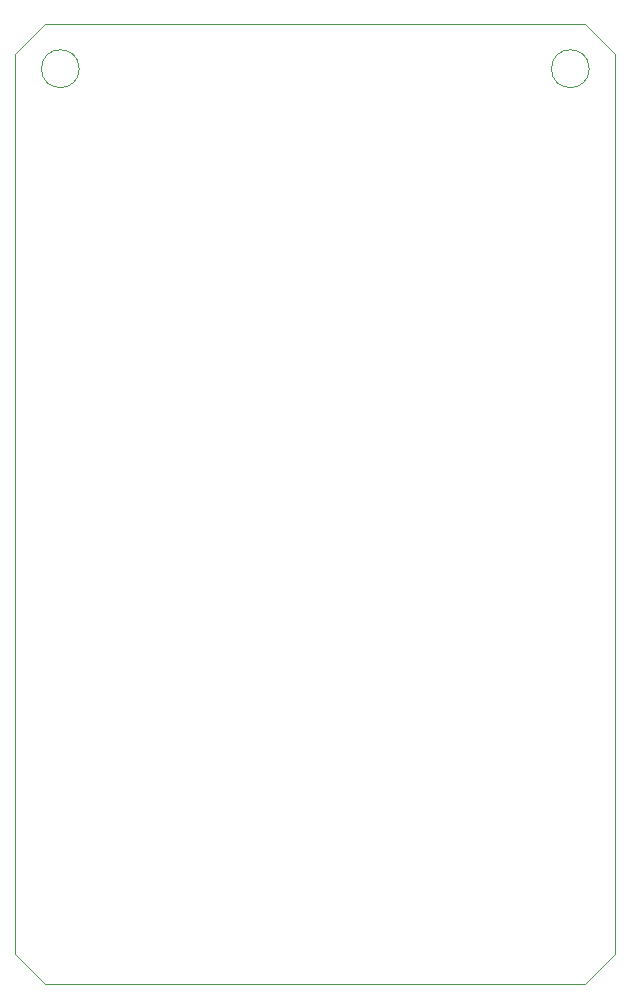
<source format=gbr>
%TF.GenerationSoftware,KiCad,Pcbnew,9.0.6*%
%TF.CreationDate,2026-01-25T13:47:59+09:00*%
%TF.ProjectId,esp32-s3-with-ken-interface,65737033-322d-4733-932d-776974682d6b,rev?*%
%TF.SameCoordinates,Original*%
%TF.FileFunction,Profile,NP*%
%FSLAX46Y46*%
G04 Gerber Fmt 4.6, Leading zero omitted, Abs format (unit mm)*
G04 Created by KiCad (PCBNEW 9.0.6) date 2026-01-25 13:47:59*
%MOMM*%
%LPD*%
G01*
G04 APERTURE LIST*
%TA.AperFunction,Profile*%
%ADD10C,0.050000*%
%TD*%
G04 APERTURE END LIST*
D10*
X109220000Y-118110000D02*
X109220000Y-41910000D01*
X106680000Y-39370000D02*
X109220000Y-41910000D01*
X107010000Y-43180000D02*
G75*
G02*
X103810000Y-43180000I-1600000J0D01*
G01*
X103810000Y-43180000D02*
G75*
G02*
X107010000Y-43180000I1600000J0D01*
G01*
X58420000Y-41910000D02*
X58420000Y-118110000D01*
X60960000Y-39370000D02*
X58420000Y-41910000D01*
X58420000Y-118110000D02*
X60960000Y-120650000D01*
X60960000Y-39370000D02*
X106680000Y-39370000D01*
X63830000Y-43180000D02*
G75*
G02*
X60630000Y-43180000I-1600000J0D01*
G01*
X60630000Y-43180000D02*
G75*
G02*
X63830000Y-43180000I1600000J0D01*
G01*
X109220000Y-118110000D02*
X106680000Y-120650000D01*
X60960000Y-120650000D02*
X106680000Y-120650000D01*
M02*

</source>
